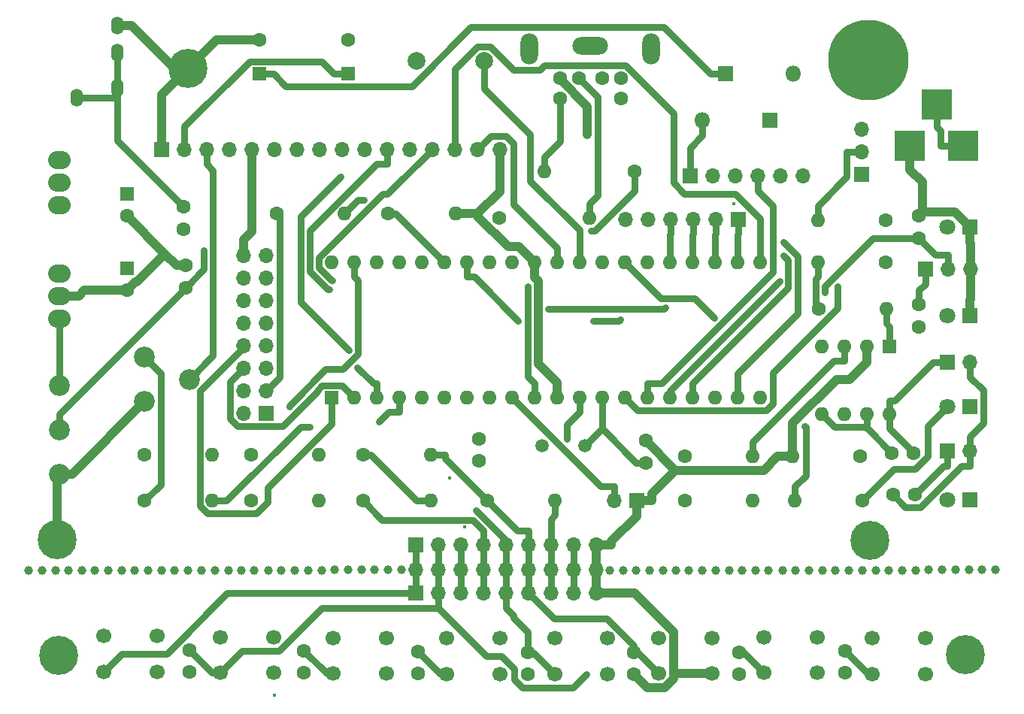
<source format=gbr>
G04 #@! TF.GenerationSoftware,KiCad,Pcbnew,5.0.2+dfsg1-1*
G04 #@! TF.CreationDate,2019-02-11T17:55:52+01:00*
G04 #@! TF.ProjectId,yaacwk,79616163-776b-42e6-9b69-6361645f7063,1.2*
G04 #@! TF.SameCoordinates,Original*
G04 #@! TF.FileFunction,Copper,L2,Bot*
G04 #@! TF.FilePolarity,Positive*
%FSLAX46Y46*%
G04 Gerber Fmt 4.6, Leading zero omitted, Abs format (unit mm)*
G04 Created by KiCad (PCBNEW 5.0.2+dfsg1-1) date lun 11 feb 2019 17:55:52 CET*
%MOMM*%
%LPD*%
G01*
G04 APERTURE LIST*
G04 #@! TA.AperFunction,ComponentPad*
%ADD10O,1.700000X1.700000*%
G04 #@! TD*
G04 #@! TA.AperFunction,ComponentPad*
%ADD11R,1.700000X1.700000*%
G04 #@! TD*
G04 #@! TA.AperFunction,ComponentPad*
%ADD12C,4.400000*%
G04 #@! TD*
G04 #@! TA.AperFunction,ComponentPad*
%ADD13O,2.000000X3.500000*%
G04 #@! TD*
G04 #@! TA.AperFunction,ComponentPad*
%ADD14C,1.600000*%
G04 #@! TD*
G04 #@! TA.AperFunction,ComponentPad*
%ADD15O,4.000000X2.000000*%
G04 #@! TD*
G04 #@! TA.AperFunction,WasherPad*
%ADD16C,9.064000*%
G04 #@! TD*
G04 #@! TA.AperFunction,ComponentPad*
%ADD17C,2.000000*%
G04 #@! TD*
G04 #@! TA.AperFunction,ComponentPad*
%ADD18R,1.800000X1.800000*%
G04 #@! TD*
G04 #@! TA.AperFunction,ComponentPad*
%ADD19C,1.800000*%
G04 #@! TD*
G04 #@! TA.AperFunction,ComponentPad*
%ADD20R,1.600000X1.600000*%
G04 #@! TD*
G04 #@! TA.AperFunction,ComponentPad*
%ADD21O,1.600000X1.600000*%
G04 #@! TD*
G04 #@! TA.AperFunction,ComponentPad*
%ADD22C,1.500000*%
G04 #@! TD*
G04 #@! TA.AperFunction,ComponentPad*
%ADD23O,1.800000X1.800000*%
G04 #@! TD*
G04 #@! TA.AperFunction,ComponentPad*
%ADD24O,2.540000X2.032000*%
G04 #@! TD*
G04 #@! TA.AperFunction,ComponentPad*
%ADD25O,1.400000X2.000000*%
G04 #@! TD*
G04 #@! TA.AperFunction,ComponentPad*
%ADD26C,2.340000*%
G04 #@! TD*
G04 #@! TA.AperFunction,ComponentPad*
%ADD27R,3.500000X3.500000*%
G04 #@! TD*
G04 #@! TA.AperFunction,ComponentPad*
%ADD28C,1.700000*%
G04 #@! TD*
G04 #@! TA.AperFunction,ViaPad*
%ADD29C,1.000000*%
G04 #@! TD*
G04 #@! TA.AperFunction,ViaPad*
%ADD30C,0.400000*%
G04 #@! TD*
G04 #@! TA.AperFunction,ViaPad*
%ADD31C,0.800000*%
G04 #@! TD*
G04 #@! TA.AperFunction,Conductor*
%ADD32C,0.800000*%
G04 #@! TD*
G04 #@! TA.AperFunction,Conductor*
%ADD33C,1.000000*%
G04 #@! TD*
G04 APERTURE END LIST*
D10*
G04 #@! TO.P,J12,9*
G04 #@! TO.N,GND*
X164420000Y-123000000D03*
G04 #@! TO.P,J12,8*
G04 #@! TO.N,Net-(C19-Pad2)*
X161880000Y-123000000D03*
G04 #@! TO.P,J12,7*
G04 #@! TO.N,Net-(C18-Pad2)*
X159340000Y-123000000D03*
G04 #@! TO.P,J12,6*
G04 #@! TO.N,Net-(C17-Pad2)*
X156800000Y-123000000D03*
G04 #@! TO.P,J12,5*
G04 #@! TO.N,Net-(C9-Pad2)*
X154260000Y-123000000D03*
G04 #@! TO.P,J12,4*
G04 #@! TO.N,Net-(C8-Pad2)*
X151720000Y-123000000D03*
G04 #@! TO.P,J12,3*
G04 #@! TO.N,Net-(C7-Pad2)*
X149180000Y-123000000D03*
G04 #@! TO.P,J12,2*
G04 #@! TO.N,Net-(C6-Pad2)*
X146640000Y-123000000D03*
D11*
G04 #@! TO.P,J12,1*
G04 #@! TO.N,Net-(IC1-Pad39)*
X144100000Y-123000000D03*
G04 #@! TD*
D12*
G04 #@! TO.P,HOLE2,1*
G04 #@! TO.N,GND*
X118500000Y-63850000D03*
G04 #@! TD*
G04 #@! TO.P,HOLE4,1*
G04 #@! TO.N,GND*
X195250000Y-117100000D03*
G04 #@! TD*
G04 #@! TO.P,HOLE6,1*
G04 #@! TO.N,GND*
X206050000Y-129900000D03*
G04 #@! TD*
G04 #@! TO.P,HOLE5,1*
G04 #@! TO.N,GND*
X103900000Y-130050000D03*
G04 #@! TD*
D13*
G04 #@! TO.P,PS2CONN1,7*
G04 #@! TO.N,Net-(PS2CONN1-Pad7)*
X170650000Y-61650000D03*
X156950000Y-61650000D03*
D14*
G04 #@! TO.P,PS2CONN1,1*
G04 #@! TO.N,Net-(L2-Pad2)*
X162500000Y-65000000D03*
G04 #@! TO.P,PS2CONN1,2*
G04 #@! TO.N,N/C*
X165100000Y-65000000D03*
G04 #@! TO.P,PS2CONN1,3*
G04 #@! TO.N,GND*
X160400000Y-65000000D03*
G04 #@! TO.P,PS2CONN1,4*
G04 #@! TO.N,Net-(C16-Pad1)*
X167200000Y-65000000D03*
G04 #@! TO.P,PS2CONN1,5*
G04 #@! TO.N,Net-(L1-Pad2)*
X160400000Y-67300000D03*
G04 #@! TO.P,PS2CONN1,6*
G04 #@! TO.N,N/C*
X167200000Y-67300000D03*
D15*
G04 #@! TO.P,PS2CONN1,7*
G04 #@! TO.N,Net-(PS2CONN1-Pad7)*
X163800000Y-61350000D03*
G04 #@! TD*
D16*
G04 #@! TO.P,HOLE1,*
G04 #@! TO.N,*
X195072000Y-62992000D03*
G04 #@! TD*
D17*
G04 #@! TO.P,BZ1,1*
G04 #@! TO.N,Net-(BZ1-Pad1)*
X151799840Y-63000000D03*
G04 #@! TO.P,BZ1,2*
G04 #@! TO.N,GND*
X144200160Y-63000000D03*
G04 #@! TD*
D18*
G04 #@! TO.P,D1,1*
G04 #@! TO.N,GND*
X206500000Y-81750000D03*
D19*
G04 #@! TO.P,D1,2*
G04 #@! TO.N,Net-(D1-Pad2)*
X203960000Y-81750000D03*
G04 #@! TD*
D18*
G04 #@! TO.P,D2,1*
G04 #@! TO.N,GND*
X206500000Y-102000000D03*
D19*
G04 #@! TO.P,D2,2*
G04 #@! TO.N,Net-(D2-Pad2)*
X203960000Y-102000000D03*
G04 #@! TD*
D18*
G04 #@! TO.P,D3,1*
G04 #@! TO.N,GND*
X206500000Y-91750000D03*
D19*
G04 #@! TO.P,D3,2*
G04 #@! TO.N,Net-(D3-Pad2)*
X203960000Y-91750000D03*
G04 #@! TD*
D20*
G04 #@! TO.P,IC1,1*
G04 #@! TO.N,Net-(IC1-Pad1)*
X134650000Y-101000000D03*
D21*
G04 #@! TO.P,IC1,21*
G04 #@! TO.N,Net-(DS1-Pad14)*
X182910000Y-85760000D03*
G04 #@! TO.P,IC1,2*
G04 #@! TO.N,Net-(IC1-Pad2)*
X137190000Y-101000000D03*
G04 #@! TO.P,IC1,22*
G04 #@! TO.N,Net-(IC1-Pad22)*
X180370000Y-85760000D03*
G04 #@! TO.P,IC1,3*
G04 #@! TO.N,Net-(IC1-Pad3)*
X139730000Y-101000000D03*
G04 #@! TO.P,IC1,23*
G04 #@! TO.N,Net-(IC1-Pad23)*
X177830000Y-85760000D03*
G04 #@! TO.P,IC1,4*
G04 #@! TO.N,Net-(IC1-Pad4)*
X142270000Y-101000000D03*
G04 #@! TO.P,IC1,24*
G04 #@! TO.N,Net-(IC1-Pad24)*
X175290000Y-85760000D03*
G04 #@! TO.P,IC1,5*
G04 #@! TO.N,Net-(IC1-Pad5)*
X144810000Y-101000000D03*
G04 #@! TO.P,IC1,25*
G04 #@! TO.N,Net-(IC1-Pad25)*
X172750000Y-85760000D03*
G04 #@! TO.P,IC1,6*
G04 #@! TO.N,Net-(IC1-Pad6)*
X147350000Y-101000000D03*
G04 #@! TO.P,IC1,26*
G04 #@! TO.N,Net-(DS1-Pad6)*
X170210000Y-85760000D03*
G04 #@! TO.P,IC1,7*
G04 #@! TO.N,Net-(IC1-Pad7)*
X149890000Y-101000000D03*
G04 #@! TO.P,IC1,27*
G04 #@! TO.N,Net-(C2-Pad1)*
X167670000Y-85760000D03*
G04 #@! TO.P,IC1,8*
G04 #@! TO.N,Net-(IC1-Pad8)*
X152430000Y-101000000D03*
G04 #@! TO.P,IC1,28*
G04 #@! TO.N,Net-(C3-Pad1)*
X165130000Y-85760000D03*
G04 #@! TO.P,IC1,9*
G04 #@! TO.N,Net-(IC1-Pad9)*
X154970000Y-101000000D03*
G04 #@! TO.P,IC1,29*
G04 #@! TO.N,Net-(BZ1-Pad1)*
X162590000Y-85760000D03*
G04 #@! TO.P,IC1,10*
G04 #@! TO.N,Net-(C16-Pad1)*
X157510000Y-101000000D03*
G04 #@! TO.P,IC1,30*
X160050000Y-85760000D03*
G04 #@! TO.P,IC1,11*
G04 #@! TO.N,GND*
X160050000Y-101000000D03*
G04 #@! TO.P,IC1,31*
X157510000Y-85760000D03*
G04 #@! TO.P,IC1,12*
G04 #@! TO.N,Net-(C11-Pad2)*
X162590000Y-101000000D03*
G04 #@! TO.P,IC1,32*
G04 #@! TO.N,N/C*
X154970000Y-85760000D03*
G04 #@! TO.P,IC1,13*
G04 #@! TO.N,Net-(C10-Pad2)*
X165130000Y-101000000D03*
G04 #@! TO.P,IC1,33*
G04 #@! TO.N,Net-(IC1-Pad33)*
X152430000Y-85760000D03*
G04 #@! TO.P,IC1,14*
G04 #@! TO.N,Net-(IC1-Pad14)*
X167670000Y-101000000D03*
G04 #@! TO.P,IC1,34*
G04 #@! TO.N,Net-(D4-Pad2)*
X149890000Y-85760000D03*
G04 #@! TO.P,IC1,15*
G04 #@! TO.N,Net-(IC1-Pad15)*
X170210000Y-101000000D03*
G04 #@! TO.P,IC1,35*
G04 #@! TO.N,Net-(C12-Pad2)*
X147350000Y-85760000D03*
G04 #@! TO.P,IC1,16*
G04 #@! TO.N,Net-(IC1-Pad16)*
X172750000Y-101000000D03*
G04 #@! TO.P,IC1,36*
G04 #@! TO.N,Net-(IC1-Pad36)*
X144810000Y-85760000D03*
G04 #@! TO.P,IC1,17*
G04 #@! TO.N,Net-(IC1-Pad17)*
X175290000Y-101000000D03*
G04 #@! TO.P,IC1,37*
G04 #@! TO.N,Net-(IC1-Pad37)*
X142270000Y-85760000D03*
G04 #@! TO.P,IC1,18*
G04 #@! TO.N,Net-(DS1-Pad11)*
X177830000Y-101000000D03*
G04 #@! TO.P,IC1,38*
G04 #@! TO.N,Net-(DS1-Pad4)*
X139730000Y-85760000D03*
G04 #@! TO.P,IC1,19*
G04 #@! TO.N,Net-(DS1-Pad12)*
X180370000Y-101000000D03*
G04 #@! TO.P,IC1,39*
G04 #@! TO.N,Net-(IC1-Pad39)*
X137190000Y-85760000D03*
G04 #@! TO.P,IC1,20*
G04 #@! TO.N,Net-(DS1-Pad13)*
X182910000Y-101000000D03*
G04 #@! TO.P,IC1,40*
G04 #@! TO.N,Net-(C1-Pad1)*
X134650000Y-85760000D03*
G04 #@! TD*
D20*
G04 #@! TO.P,IC2,1*
G04 #@! TO.N,Net-(IC2-Pad1)*
X197500000Y-95250000D03*
D21*
G04 #@! TO.P,IC2,5*
G04 #@! TO.N,Net-(C4-Pad2)*
X189880000Y-102870000D03*
G04 #@! TO.P,IC2,2*
G04 #@! TO.N,GND*
X194960000Y-95250000D03*
G04 #@! TO.P,IC2,6*
G04 #@! TO.N,Net-(C5-Pad1)*
X192420000Y-102870000D03*
G04 #@! TO.P,IC2,3*
G04 #@! TO.N,Net-(IC2-Pad3)*
X192420000Y-95250000D03*
G04 #@! TO.P,IC2,7*
G04 #@! TO.N,Net-(C4-Pad2)*
X194960000Y-102870000D03*
G04 #@! TO.P,IC2,4*
G04 #@! TO.N,GND*
X189880000Y-95250000D03*
G04 #@! TO.P,IC2,8*
G04 #@! TO.N,Net-(C4-Pad1)*
X197500000Y-102870000D03*
G04 #@! TD*
D14*
G04 #@! TO.P,L1,1*
G04 #@! TO.N,Net-(IC1-Pad3)*
X168750000Y-75500000D03*
D21*
G04 #@! TO.P,L1,2*
G04 #@! TO.N,Net-(L1-Pad2)*
X158590000Y-75500000D03*
G04 #@! TD*
D14*
G04 #@! TO.P,L2,1*
G04 #@! TO.N,Net-(IC1-Pad37)*
X153500000Y-80750000D03*
D21*
G04 #@! TO.P,L2,2*
G04 #@! TO.N,Net-(L2-Pad2)*
X163660000Y-80750000D03*
G04 #@! TD*
D14*
G04 #@! TO.P,R1,1*
G04 #@! TO.N,Net-(C16-Pad1)*
X113600000Y-112600000D03*
D21*
G04 #@! TO.P,R1,2*
G04 #@! TO.N,Net-(IC1-Pad39)*
X121220000Y-112600000D03*
G04 #@! TD*
D14*
G04 #@! TO.P,R2,1*
G04 #@! TO.N,Net-(IC1-Pad39)*
X113600000Y-107400000D03*
D21*
G04 #@! TO.P,R2,2*
G04 #@! TO.N,Net-(C6-Pad2)*
X121220000Y-107400000D03*
G04 #@! TD*
D14*
G04 #@! TO.P,R3,1*
G04 #@! TO.N,Net-(C6-Pad2)*
X125600000Y-112600000D03*
D21*
G04 #@! TO.P,R3,2*
G04 #@! TO.N,Net-(C7-Pad2)*
X133220000Y-112600000D03*
G04 #@! TD*
D14*
G04 #@! TO.P,R4,1*
G04 #@! TO.N,Net-(C7-Pad2)*
X125600000Y-107400000D03*
D21*
G04 #@! TO.P,R4,2*
G04 #@! TO.N,Net-(C8-Pad2)*
X133220000Y-107400000D03*
G04 #@! TD*
D14*
G04 #@! TO.P,R5,1*
G04 #@! TO.N,Net-(C8-Pad2)*
X138200000Y-112600000D03*
D21*
G04 #@! TO.P,R5,2*
G04 #@! TO.N,Net-(C9-Pad2)*
X145820000Y-112600000D03*
G04 #@! TD*
D14*
G04 #@! TO.P,R6,1*
G04 #@! TO.N,Net-(D1-Pad2)*
X197000000Y-81000000D03*
D21*
G04 #@! TO.P,R6,2*
G04 #@! TO.N,Net-(C16-Pad1)*
X189380000Y-81000000D03*
G04 #@! TD*
D14*
G04 #@! TO.P,R7,1*
G04 #@! TO.N,Net-(D2-Pad2)*
X194400000Y-112600000D03*
D21*
G04 #@! TO.P,R7,2*
G04 #@! TO.N,Net-(IC1-Pad33)*
X186780000Y-112600000D03*
G04 #@! TD*
D14*
G04 #@! TO.P,R8,1*
G04 #@! TO.N,Net-(D3-Pad2)*
X197000000Y-85750000D03*
D21*
G04 #@! TO.P,R8,2*
G04 #@! TO.N,Net-(IC1-Pad36)*
X189380000Y-85750000D03*
G04 #@! TD*
D14*
G04 #@! TO.P,R9,1*
G04 #@! TO.N,Net-(D4-Pad1)*
X194200000Y-107600000D03*
D21*
G04 #@! TO.P,R9,2*
G04 #@! TO.N,GND*
X186580000Y-107600000D03*
G04 #@! TD*
D14*
G04 #@! TO.P,R10,1*
G04 #@! TO.N,Net-(IC1-Pad36)*
X189500000Y-91000000D03*
D21*
G04 #@! TO.P,R10,2*
G04 #@! TO.N,Net-(IC2-Pad1)*
X197120000Y-91000000D03*
G04 #@! TD*
D14*
G04 #@! TO.P,R11,1*
G04 #@! TO.N,Net-(IC1-Pad33)*
X174400000Y-107600000D03*
D21*
G04 #@! TO.P,R11,2*
G04 #@! TO.N,Net-(IC2-Pad3)*
X182020000Y-107600000D03*
G04 #@! TD*
D14*
G04 #@! TO.P,R12,1*
G04 #@! TO.N,Net-(C16-Pad1)*
X128500000Y-80250000D03*
D21*
G04 #@! TO.P,R12,2*
G04 #@! TO.N,Net-(C12-Pad2)*
X136120000Y-80250000D03*
G04 #@! TD*
D14*
G04 #@! TO.P,R13,1*
G04 #@! TO.N,Net-(C12-Pad2)*
X141000000Y-80250000D03*
D21*
G04 #@! TO.P,R13,2*
G04 #@! TO.N,GND*
X148620000Y-80250000D03*
G04 #@! TD*
D22*
G04 #@! TO.P,Y1,1*
G04 #@! TO.N,Net-(C10-Pad2)*
X163200000Y-106400000D03*
G04 #@! TO.P,Y1,2*
G04 #@! TO.N,Net-(C11-Pad2)*
X158320000Y-106400000D03*
G04 #@! TD*
D11*
G04 #@! TO.P,J3,1*
G04 #@! TO.N,Net-(C4-Pad1)*
X204000000Y-97000000D03*
D10*
G04 #@! TO.P,J3,2*
G04 #@! TO.N,Net-(C4-Pad2)*
X206540000Y-97000000D03*
G04 #@! TD*
D11*
G04 #@! TO.P,J4,1*
G04 #@! TO.N,Net-(C5-Pad1)*
X204000000Y-107000000D03*
D10*
G04 #@! TO.P,J4,2*
G04 #@! TO.N,Net-(C4-Pad2)*
X206540000Y-107000000D03*
G04 #@! TD*
D11*
G04 #@! TO.P,J5,1*
G04 #@! TO.N,Net-(C2-Pad1)*
X201500000Y-86500000D03*
D10*
G04 #@! TO.P,J5,2*
G04 #@! TO.N,Net-(C3-Pad1)*
X204040000Y-86500000D03*
G04 #@! TO.P,J5,3*
G04 #@! TO.N,GND*
X206580000Y-86500000D03*
G04 #@! TD*
D18*
G04 #@! TO.P,D5,1*
G04 #@! TO.N,Net-(D5-Pad1)*
X184000000Y-69750000D03*
D23*
G04 #@! TO.P,D5,2*
G04 #@! TO.N,Net-(D5-Pad2)*
X176380000Y-69750000D03*
G04 #@! TD*
D18*
G04 #@! TO.P,D6,1*
G04 #@! TO.N,Net-(C14-Pad1)*
X179000000Y-64500000D03*
D23*
G04 #@! TO.P,D6,2*
G04 #@! TO.N,Net-(D6-Pad2)*
X186620000Y-64500000D03*
G04 #@! TD*
D11*
G04 #@! TO.P,J6,1*
G04 #@! TO.N,Net-(D5-Pad2)*
X175000000Y-76000000D03*
D10*
G04 #@! TO.P,J6,2*
G04 #@! TO.N,GND*
X177540000Y-76000000D03*
G04 #@! TO.P,J6,3*
G04 #@! TO.N,Net-(IC1-Pad14)*
X180080000Y-76000000D03*
G04 #@! TO.P,J6,4*
G04 #@! TO.N,Net-(IC1-Pad15)*
X182620000Y-76000000D03*
G04 #@! TO.P,J6,5*
G04 #@! TO.N,N/C*
X185160000Y-76000000D03*
G04 #@! TO.P,J6,6*
X187700000Y-76000000D03*
G04 #@! TD*
D11*
G04 #@! TO.P,SW6,1*
G04 #@! TO.N,GND*
X169000000Y-112600000D03*
D10*
G04 #@! TO.P,SW6,2*
G04 #@! TO.N,Net-(IC1-Pad9)*
X166460000Y-112600000D03*
G04 #@! TD*
D24*
G04 #@! TO.P,U1,GND*
G04 #@! TO.N,GND*
X104000000Y-76750000D03*
G04 #@! TO.P,U1,VO*
G04 #@! TO.N,Net-(C13-Pad1)*
X104000000Y-74210000D03*
G04 #@! TO.P,U1,VI*
G04 #@! TO.N,Net-(C14-Pad1)*
X104000000Y-79290000D03*
G04 #@! TD*
D25*
G04 #@! TO.P,J2,5*
G04 #@! TO.N,Net-(C12-Pad1)*
X105904000Y-67180000D03*
G04 #@! TO.P,J2,4*
X110504000Y-66080000D03*
G04 #@! TO.P,J2,3*
X110504000Y-62080000D03*
G04 #@! TO.P,J2,2*
G04 #@! TO.N,GND*
X110504000Y-59080000D03*
G04 #@! TD*
D26*
G04 #@! TO.P,LCDPot2,3*
G04 #@! TO.N,GND*
X113600000Y-101400000D03*
G04 #@! TO.P,LCDPot2,2*
G04 #@! TO.N,Net-(DS1-Pad3)*
X118600000Y-98900000D03*
G04 #@! TO.P,LCDPot2,1*
G04 #@! TO.N,Net-(C16-Pad1)*
X113600000Y-96400000D03*
G04 #@! TD*
D11*
G04 #@! TO.P,DS1,1*
G04 #@! TO.N,GND*
X115500000Y-73000000D03*
D10*
G04 #@! TO.P,DS1,2*
G04 #@! TO.N,Net-(C16-Pad1)*
X118040000Y-73000000D03*
G04 #@! TO.P,DS1,3*
G04 #@! TO.N,Net-(DS1-Pad3)*
X120580000Y-73000000D03*
G04 #@! TO.P,DS1,4*
G04 #@! TO.N,Net-(DS1-Pad4)*
X123120000Y-73000000D03*
G04 #@! TO.P,DS1,5*
G04 #@! TO.N,GND*
X125660000Y-73000000D03*
G04 #@! TO.P,DS1,6*
G04 #@! TO.N,Net-(DS1-Pad6)*
X128200000Y-73000000D03*
G04 #@! TO.P,DS1,7*
G04 #@! TO.N,N/C*
X130740000Y-73000000D03*
G04 #@! TO.P,DS1,8*
X133280000Y-73000000D03*
G04 #@! TO.P,DS1,9*
X135820000Y-73000000D03*
G04 #@! TO.P,DS1,10*
X138360000Y-73000000D03*
G04 #@! TO.P,DS1,11*
G04 #@! TO.N,Net-(DS1-Pad11)*
X140900000Y-73000000D03*
G04 #@! TO.P,DS1,12*
G04 #@! TO.N,Net-(DS1-Pad12)*
X143440000Y-73000000D03*
G04 #@! TO.P,DS1,13*
G04 #@! TO.N,Net-(DS1-Pad13)*
X145980000Y-73000000D03*
G04 #@! TO.P,DS1,14*
G04 #@! TO.N,Net-(DS1-Pad14)*
X148520000Y-73000000D03*
G04 #@! TO.P,DS1,15*
G04 #@! TO.N,Net-(C16-Pad1)*
X151060000Y-73000000D03*
G04 #@! TO.P,DS1,16*
G04 #@! TO.N,GND*
X153600000Y-73000000D03*
G04 #@! TD*
D11*
G04 #@! TO.P,J7,1*
G04 #@! TO.N,Net-(IC1-Pad22)*
X180450000Y-80900000D03*
D10*
G04 #@! TO.P,J7,2*
G04 #@! TO.N,Net-(IC1-Pad23)*
X177910000Y-80900000D03*
G04 #@! TO.P,J7,3*
G04 #@! TO.N,Net-(IC1-Pad24)*
X175370000Y-80900000D03*
G04 #@! TO.P,J7,4*
G04 #@! TO.N,Net-(IC1-Pad25)*
X172830000Y-80900000D03*
G04 #@! TO.P,J7,5*
G04 #@! TO.N,Net-(IC1-Pad17)*
X170290000Y-80900000D03*
G04 #@! TO.P,J7,6*
G04 #@! TO.N,Net-(IC1-Pad16)*
X167750000Y-80900000D03*
G04 #@! TD*
D11*
G04 #@! TO.P,J9,1*
G04 #@! TO.N,Net-(C13-Pad1)*
X194310000Y-75819000D03*
D10*
G04 #@! TO.P,J9,2*
G04 #@! TO.N,Net-(C16-Pad1)*
X194310000Y-73279000D03*
G04 #@! TO.P,J9,3*
G04 #@! TO.N,Net-(D5-Pad1)*
X194310000Y-70739000D03*
G04 #@! TD*
D24*
G04 #@! TO.P,U2,GND*
G04 #@! TO.N,GND*
X104000000Y-89500000D03*
G04 #@! TO.P,U2,VO*
G04 #@! TO.N,Net-(C15-Pad1)*
X104000000Y-86960000D03*
G04 #@! TO.P,U2,VI*
G04 #@! TO.N,Net-(C16-Pad1)*
X104000000Y-92040000D03*
G04 #@! TD*
D27*
G04 #@! TO.P,J1,1*
G04 #@! TO.N,GND*
X199771000Y-72644000D03*
G04 #@! TO.P,J1,2*
G04 #@! TO.N,Net-(D6-Pad2)*
X205771000Y-72644000D03*
G04 #@! TO.P,J1,3*
X202771000Y-67944000D03*
G04 #@! TD*
D20*
G04 #@! TO.P,C14,1*
G04 #@! TO.N,Net-(C14-Pad1)*
X126500000Y-64500000D03*
D14*
G04 #@! TO.P,C14,2*
G04 #@! TO.N,GND*
X126500000Y-60700000D03*
G04 #@! TD*
D20*
G04 #@! TO.P,C16,1*
G04 #@! TO.N,Net-(C16-Pad1)*
X136500000Y-64500000D03*
D14*
G04 #@! TO.P,C16,2*
G04 #@! TO.N,GND*
X136500000Y-60700000D03*
G04 #@! TD*
G04 #@! TO.P,R14,1*
G04 #@! TO.N,Net-(C9-Pad2)*
X138200000Y-107400000D03*
D21*
G04 #@! TO.P,R14,2*
G04 #@! TO.N,Net-(C17-Pad2)*
X145820000Y-107400000D03*
G04 #@! TD*
D14*
G04 #@! TO.P,R15,1*
G04 #@! TO.N,Net-(C17-Pad2)*
X152200000Y-112600000D03*
D21*
G04 #@! TO.P,R15,2*
G04 #@! TO.N,Net-(C18-Pad2)*
X159820000Y-112600000D03*
G04 #@! TD*
D14*
G04 #@! TO.P,R16,1*
G04 #@! TO.N,Net-(C18-Pad2)*
X174400000Y-112600000D03*
D21*
G04 #@! TO.P,R16,2*
G04 #@! TO.N,Net-(C19-Pad2)*
X182020000Y-112600000D03*
G04 #@! TD*
D26*
G04 #@! TO.P,SpeedPot1,3*
G04 #@! TO.N,GND*
X103990000Y-109610000D03*
G04 #@! TO.P,SpeedPot1,2*
G04 #@! TO.N,Net-(C1-Pad1)*
X103990000Y-104610000D03*
G04 #@! TO.P,SpeedPot1,1*
G04 #@! TO.N,Net-(C16-Pad1)*
X103990000Y-99610000D03*
G04 #@! TD*
D18*
G04 #@! TO.P,D4,1*
G04 #@! TO.N,Net-(D4-Pad1)*
X206500000Y-112500000D03*
D19*
G04 #@! TO.P,D4,2*
G04 #@! TO.N,Net-(D4-Pad2)*
X203960000Y-112500000D03*
G04 #@! TD*
D14*
G04 #@! TO.P,C3,1*
G04 #@! TO.N,Net-(C3-Pad1)*
X200750000Y-83000000D03*
G04 #@! TO.P,C3,2*
G04 #@! TO.N,GND*
X200750000Y-80500000D03*
G04 #@! TD*
G04 #@! TO.P,C2,1*
G04 #@! TO.N,Net-(C2-Pad1)*
X200750000Y-90500000D03*
G04 #@! TO.P,C2,2*
G04 #@! TO.N,GND*
X200750000Y-93000000D03*
G04 #@! TD*
G04 #@! TO.P,C10,1*
G04 #@! TO.N,GND*
X170000000Y-105800000D03*
G04 #@! TO.P,C10,2*
G04 #@! TO.N,Net-(C10-Pad2)*
X170000000Y-108300000D03*
G04 #@! TD*
G04 #@! TO.P,C11,1*
G04 #@! TO.N,GND*
X151200000Y-105600000D03*
G04 #@! TO.P,C11,2*
G04 #@! TO.N,Net-(C11-Pad2)*
X151200000Y-108100000D03*
G04 #@! TD*
G04 #@! TO.P,C1,1*
G04 #@! TO.N,Net-(C1-Pad1)*
X118200000Y-88600000D03*
G04 #@! TO.P,C1,2*
G04 #@! TO.N,GND*
X118200000Y-86100000D03*
G04 #@! TD*
G04 #@! TO.P,C12,1*
G04 #@! TO.N,Net-(C12-Pad1)*
X118000000Y-79500000D03*
G04 #@! TO.P,C12,2*
G04 #@! TO.N,Net-(C12-Pad2)*
X118000000Y-82000000D03*
G04 #@! TD*
D20*
G04 #@! TO.P,C13,1*
G04 #@! TO.N,Net-(C13-Pad1)*
X111600000Y-78000000D03*
D14*
G04 #@! TO.P,C13,2*
G04 #@! TO.N,GND*
X111600000Y-80500000D03*
G04 #@! TD*
D20*
G04 #@! TO.P,C15,1*
G04 #@! TO.N,Net-(C15-Pad1)*
X111600000Y-86400000D03*
D14*
G04 #@! TO.P,C15,2*
G04 #@! TO.N,GND*
X111600000Y-88900000D03*
G04 #@! TD*
G04 #@! TO.P,C4,1*
G04 #@! TO.N,Net-(C4-Pad1)*
X200200000Y-107200000D03*
G04 #@! TO.P,C4,2*
G04 #@! TO.N,Net-(C4-Pad2)*
X197700000Y-107200000D03*
G04 #@! TD*
G04 #@! TO.P,C5,1*
G04 #@! TO.N,Net-(C5-Pad1)*
X200360000Y-111890000D03*
G04 #@! TO.P,C5,2*
G04 #@! TO.N,Net-(C4-Pad2)*
X197860000Y-111890000D03*
G04 #@! TD*
D11*
G04 #@! TO.P,J8,1*
G04 #@! TO.N,Net-(C15-Pad1)*
X127250000Y-102750000D03*
D10*
G04 #@! TO.P,J8,2*
X124710000Y-102750000D03*
G04 #@! TO.P,J8,3*
G04 #@! TO.N,Net-(C16-Pad1)*
X127250000Y-100210000D03*
G04 #@! TO.P,J8,4*
X124710000Y-100210000D03*
G04 #@! TO.P,J8,5*
G04 #@! TO.N,Net-(IC1-Pad4)*
X127250000Y-97670000D03*
G04 #@! TO.P,J8,6*
G04 #@! TO.N,Net-(IC1-Pad2)*
X124710000Y-97670000D03*
G04 #@! TO.P,J8,7*
G04 #@! TO.N,Net-(IC1-Pad5)*
X127250000Y-95130000D03*
G04 #@! TO.P,J8,8*
G04 #@! TO.N,Net-(IC1-Pad1)*
X124710000Y-95130000D03*
G04 #@! TO.P,J8,9*
G04 #@! TO.N,Net-(IC1-Pad6)*
X127250000Y-92590000D03*
G04 #@! TO.P,J8,10*
X124710000Y-92590000D03*
G04 #@! TO.P,J8,11*
G04 #@! TO.N,Net-(IC1-Pad7)*
X127250000Y-90050000D03*
G04 #@! TO.P,J8,12*
X124710000Y-90050000D03*
G04 #@! TO.P,J8,13*
G04 #@! TO.N,Net-(IC1-Pad8)*
X127250000Y-87510000D03*
G04 #@! TO.P,J8,14*
X124710000Y-87510000D03*
G04 #@! TO.P,J8,15*
G04 #@! TO.N,GND*
X127250000Y-84970000D03*
G04 #@! TO.P,J8,16*
X124710000Y-84970000D03*
G04 #@! TD*
D28*
G04 #@! TO.P,SW1,4*
G04 #@! TO.N,N/C*
X109000000Y-127850000D03*
G04 #@! TO.P,SW1,3*
X115000000Y-127850000D03*
G04 #@! TO.P,SW1,2*
G04 #@! TO.N,Net-(IC1-Pad39)*
X109000000Y-131850000D03*
G04 #@! TO.P,SW1,1*
G04 #@! TO.N,GND*
X115000000Y-131850000D03*
G04 #@! TD*
G04 #@! TO.P,SW2,4*
G04 #@! TO.N,N/C*
X122100000Y-127950000D03*
G04 #@! TO.P,SW2,3*
X128100000Y-127950000D03*
G04 #@! TO.P,SW2,2*
G04 #@! TO.N,Net-(C6-Pad2)*
X122100000Y-131950000D03*
G04 #@! TO.P,SW2,1*
G04 #@! TO.N,GND*
X128100000Y-131950000D03*
G04 #@! TD*
G04 #@! TO.P,SW3,4*
G04 #@! TO.N,N/C*
X134800000Y-128050000D03*
G04 #@! TO.P,SW3,3*
X140800000Y-128050000D03*
G04 #@! TO.P,SW3,2*
G04 #@! TO.N,Net-(C7-Pad2)*
X134800000Y-132050000D03*
G04 #@! TO.P,SW3,1*
G04 #@! TO.N,GND*
X140800000Y-132050000D03*
G04 #@! TD*
G04 #@! TO.P,SW4,4*
G04 #@! TO.N,N/C*
X147600000Y-128100000D03*
G04 #@! TO.P,SW4,3*
X153600000Y-128100000D03*
G04 #@! TO.P,SW4,2*
G04 #@! TO.N,Net-(C8-Pad2)*
X147600000Y-132100000D03*
G04 #@! TO.P,SW4,1*
G04 #@! TO.N,GND*
X153600000Y-132100000D03*
G04 #@! TD*
G04 #@! TO.P,SW5,4*
G04 #@! TO.N,N/C*
X159750000Y-128100000D03*
G04 #@! TO.P,SW5,3*
X165750000Y-128100000D03*
G04 #@! TO.P,SW5,2*
G04 #@! TO.N,Net-(C9-Pad2)*
X159750000Y-132100000D03*
G04 #@! TO.P,SW5,1*
G04 #@! TO.N,GND*
X165750000Y-132100000D03*
G04 #@! TD*
G04 #@! TO.P,SW7,4*
G04 #@! TO.N,N/C*
X171500000Y-128050000D03*
G04 #@! TO.P,SW7,3*
X177500000Y-128050000D03*
G04 #@! TO.P,SW7,2*
G04 #@! TO.N,Net-(C17-Pad2)*
X171500000Y-132050000D03*
G04 #@! TO.P,SW7,1*
G04 #@! TO.N,GND*
X177500000Y-132050000D03*
G04 #@! TD*
G04 #@! TO.P,SW8,4*
G04 #@! TO.N,N/C*
X183350000Y-128000000D03*
G04 #@! TO.P,SW8,3*
X189350000Y-128000000D03*
G04 #@! TO.P,SW8,2*
G04 #@! TO.N,Net-(C18-Pad2)*
X183350000Y-132000000D03*
G04 #@! TO.P,SW8,1*
G04 #@! TO.N,GND*
X189350000Y-132000000D03*
G04 #@! TD*
G04 #@! TO.P,SW9,4*
G04 #@! TO.N,N/C*
X195550000Y-128100000D03*
G04 #@! TO.P,SW9,3*
X201550000Y-128100000D03*
G04 #@! TO.P,SW9,2*
G04 #@! TO.N,Net-(C19-Pad2)*
X195550000Y-132100000D03*
G04 #@! TO.P,SW9,1*
G04 #@! TO.N,GND*
X201550000Y-132100000D03*
G04 #@! TD*
D11*
G04 #@! TO.P,J10,1*
G04 #@! TO.N,Net-(IC1-Pad39)*
X144100000Y-117600000D03*
D10*
G04 #@! TO.P,J10,2*
G04 #@! TO.N,Net-(C6-Pad2)*
X146640000Y-117600000D03*
G04 #@! TO.P,J10,3*
G04 #@! TO.N,Net-(C7-Pad2)*
X149180000Y-117600000D03*
G04 #@! TO.P,J10,4*
G04 #@! TO.N,Net-(C8-Pad2)*
X151720000Y-117600000D03*
G04 #@! TO.P,J10,5*
G04 #@! TO.N,Net-(C9-Pad2)*
X154260000Y-117600000D03*
G04 #@! TO.P,J10,6*
G04 #@! TO.N,Net-(C17-Pad2)*
X156800000Y-117600000D03*
G04 #@! TO.P,J10,7*
G04 #@! TO.N,Net-(C18-Pad2)*
X159340000Y-117600000D03*
G04 #@! TO.P,J10,8*
G04 #@! TO.N,Net-(C19-Pad2)*
X161880000Y-117600000D03*
G04 #@! TO.P,J10,9*
G04 #@! TO.N,GND*
X164420000Y-117600000D03*
G04 #@! TD*
G04 #@! TO.P,J11,1*
G04 #@! TO.N,Net-(IC1-Pad39)*
X144100000Y-120400000D03*
G04 #@! TO.P,J11,2*
G04 #@! TO.N,Net-(C6-Pad2)*
X146640000Y-120400000D03*
G04 #@! TO.P,J11,3*
G04 #@! TO.N,Net-(C7-Pad2)*
X149180000Y-120400000D03*
G04 #@! TO.P,J11,4*
G04 #@! TO.N,Net-(C8-Pad2)*
X151720000Y-120400000D03*
G04 #@! TO.P,J11,5*
G04 #@! TO.N,Net-(C9-Pad2)*
X154260000Y-120400000D03*
G04 #@! TO.P,J11,6*
G04 #@! TO.N,Net-(C17-Pad2)*
X156800000Y-120400000D03*
G04 #@! TO.P,J11,7*
G04 #@! TO.N,Net-(C18-Pad2)*
X159340000Y-120400000D03*
G04 #@! TO.P,J11,8*
G04 #@! TO.N,Net-(C19-Pad2)*
X161880000Y-120400000D03*
G04 #@! TO.P,J11,9*
G04 #@! TO.N,GND*
X164420000Y-120400000D03*
G04 #@! TD*
D12*
G04 #@! TO.P,HOLE3,1*
G04 #@! TO.N,GND*
X103700000Y-116950000D03*
G04 #@! TD*
D14*
G04 #@! TO.P,C6,1*
G04 #@! TO.N,GND*
X118650000Y-131900000D03*
G04 #@! TO.P,C6,2*
G04 #@! TO.N,Net-(C6-Pad2)*
X118650000Y-129400000D03*
G04 #@! TD*
G04 #@! TO.P,C7,2*
G04 #@! TO.N,Net-(C7-Pad2)*
X131550000Y-129500000D03*
G04 #@! TO.P,C7,1*
G04 #@! TO.N,GND*
X131550000Y-132000000D03*
G04 #@! TD*
G04 #@! TO.P,C8,1*
G04 #@! TO.N,GND*
X144350000Y-132050000D03*
G04 #@! TO.P,C8,2*
G04 #@! TO.N,Net-(C8-Pad2)*
X144350000Y-129550000D03*
G04 #@! TD*
G04 #@! TO.P,C9,2*
G04 #@! TO.N,Net-(C9-Pad2)*
X156750000Y-129650000D03*
G04 #@! TO.P,C9,1*
G04 #@! TO.N,GND*
X156750000Y-132150000D03*
G04 #@! TD*
G04 #@! TO.P,C17,1*
G04 #@! TO.N,GND*
X168650000Y-132150000D03*
G04 #@! TO.P,C17,2*
G04 #@! TO.N,Net-(C17-Pad2)*
X168650000Y-129650000D03*
G04 #@! TD*
G04 #@! TO.P,C18,2*
G04 #@! TO.N,Net-(C18-Pad2)*
X180500000Y-129650000D03*
G04 #@! TO.P,C18,1*
G04 #@! TO.N,GND*
X180500000Y-132150000D03*
G04 #@! TD*
G04 #@! TO.P,C19,1*
G04 #@! TO.N,GND*
X192500000Y-132000000D03*
G04 #@! TO.P,C19,2*
G04 #@! TO.N,Net-(C19-Pad2)*
X192500000Y-129500000D03*
G04 #@! TD*
D29*
G04 #@! TO.N,*
X141000000Y-120400000D03*
X136500000Y-120400000D03*
X127500000Y-120450000D03*
X132000000Y-120450000D03*
X118500000Y-120450000D03*
X123000000Y-120450000D03*
X109500000Y-120450000D03*
X114000000Y-120450000D03*
X100550000Y-120450000D03*
X105050000Y-120450000D03*
X176400000Y-120450000D03*
X180900000Y-120450000D03*
X194400000Y-120450000D03*
X185400000Y-120450000D03*
X198900000Y-120450000D03*
X203400000Y-120400000D03*
X167450000Y-120450000D03*
X189900000Y-120450000D03*
X207900000Y-120400000D03*
X171950000Y-120450000D03*
X166000000Y-120450000D03*
D30*
G04 #@! TO.N,Net-(BZ1-Pad1)*
X156044000Y-70395700D03*
D31*
G04 #@! TO.N,GND*
X163469100Y-71298500D03*
D30*
G04 #@! TO.N,Net-(C1-Pad1)*
X120268000Y-84357800D03*
G04 #@! TO.N,Net-(C2-Pad1)*
X177739700Y-92018300D03*
G04 #@! TO.N,Net-(C3-Pad1)*
X190162000Y-89099900D03*
D29*
G04 #@! TO.N,Net-(C6-Pad2)*
X142500000Y-120400000D03*
D30*
X163332000Y-132151000D03*
D29*
X138000000Y-120400000D03*
X133500000Y-120450000D03*
X129000000Y-120450000D03*
X120000000Y-120450000D03*
X124500000Y-120450000D03*
X111000000Y-120450000D03*
X115500000Y-120450000D03*
X102050000Y-120450000D03*
X106550000Y-120450000D03*
X168950000Y-120450000D03*
X195900000Y-120450000D03*
X177900000Y-120450000D03*
X209400000Y-120400000D03*
X186900000Y-120450000D03*
X200400000Y-120450000D03*
X182400000Y-120450000D03*
X204900000Y-120400000D03*
X173450000Y-120450000D03*
X191400000Y-120450000D03*
D30*
G04 #@! TO.N,Net-(C9-Pad2)*
X150905500Y-113703900D03*
X155132000Y-125760000D03*
G04 #@! TO.N,Net-(C11-Pad2)*
X161152000Y-105667000D03*
G04 #@! TO.N,Net-(C12-Pad2)*
X138269700Y-78739500D03*
G04 #@! TO.N,Net-(DS1-Pad11)*
X134372000Y-88800200D03*
G04 #@! TO.N,Net-(DS1-Pad12)*
X185559300Y-83447600D03*
X179976000Y-79151900D03*
G04 #@! TO.N,Net-(DS1-Pad13)*
X134742000Y-87737400D03*
G04 #@! TO.N,Net-(IC1-Pad3)*
X137525300Y-97580000D03*
X163857000Y-82167400D03*
X135663000Y-76094700D03*
X136610000Y-95647100D03*
G04 #@! TO.N,Net-(IC1-Pad33)*
X187909000Y-104166000D03*
G04 #@! TO.N,Net-(IC1-Pad14)*
X191643900Y-88459300D03*
G04 #@! TO.N,Net-(IC1-Pad15)*
X183352000Y-87820600D03*
G04 #@! TO.N,Net-(IC1-Pad16)*
X185066500Y-87872300D03*
G04 #@! TO.N,Net-(IC1-Pad36)*
X172217000Y-90810000D03*
X159059000Y-91000000D03*
G04 #@! TO.N,Net-(IC1-Pad17)*
X185559300Y-84954000D03*
D29*
G04 #@! TO.N,Net-(IC1-Pad39)*
X139500000Y-120400000D03*
D30*
X129880000Y-102010000D03*
X132216000Y-104283000D03*
D29*
X134950000Y-120400000D03*
X125950000Y-120450000D03*
X130500000Y-120450000D03*
X116950000Y-120450000D03*
X121500000Y-120450000D03*
X112500000Y-120450000D03*
X107950000Y-120450000D03*
X103550000Y-120450000D03*
X170450000Y-120450000D03*
X192850000Y-120450000D03*
X201850000Y-120400000D03*
X188400000Y-120450000D03*
X174850000Y-120450000D03*
X179400000Y-120450000D03*
X197400000Y-120450000D03*
X183850000Y-120450000D03*
X206400000Y-120400000D03*
D30*
G04 #@! TO.N,Net-(D4-Pad2)*
X167172700Y-92147200D03*
X164081700Y-92304900D03*
X155673800Y-92304900D03*
G04 #@! TO.N,Net-(IC1-Pad4)*
X139933500Y-103720300D03*
G04 #@! TO.N,Net-(C16-Pad1)*
X156710600Y-88454200D03*
G04 #@! TO.N,Net-(C17-Pad2)*
X164333000Y-125901000D03*
G04 #@! TO.N,Net-(C18-Pad2)*
X128240000Y-134500000D03*
X149664000Y-115557000D03*
G04 #@! TO.N,Net-(C19-Pad2)*
X147974000Y-110003000D03*
G04 #@! TD*
D32*
G04 #@! TO.N,Net-(BZ1-Pad1)*
X162590000Y-85760000D02*
X162590000Y-82116500D01*
X162590000Y-82116500D02*
X157025000Y-76551500D01*
X157025000Y-76551500D02*
X157025000Y-71376700D01*
X157025000Y-71376700D02*
X156044000Y-70395700D01*
X156044000Y-70395700D02*
X151799800Y-66151500D01*
X151799800Y-66151500D02*
X151799800Y-63000000D01*
D33*
G04 #@! TO.N,GND*
X194960000Y-96950000D02*
X192966900Y-98943100D01*
X192966900Y-98943100D02*
X191505100Y-98943100D01*
X191505100Y-98943100D02*
X186580000Y-103868200D01*
X186580000Y-103868200D02*
X186580000Y-107600000D01*
X126500000Y-60700000D02*
X121650000Y-60700000D01*
X121650000Y-60700000D02*
X118500000Y-63850000D01*
X173362400Y-109162400D02*
X183317600Y-109162400D01*
X183317600Y-109162400D02*
X184880000Y-107600000D01*
X170000000Y-105800000D02*
X173362400Y-109162400D01*
X173362400Y-109162400D02*
X170750000Y-111774800D01*
X170750000Y-111774800D02*
X170750000Y-112600000D01*
X164420000Y-117600000D02*
X166170000Y-117600000D01*
X166170000Y-117600000D02*
X166170000Y-117180000D01*
X166170000Y-117180000D02*
X169000000Y-114350000D01*
X164420000Y-117600000D02*
X164420000Y-120400000D01*
X169000000Y-112600000D02*
X170750000Y-112600000D01*
X169000000Y-112600000D02*
X169000000Y-114350000D01*
X186580000Y-107600000D02*
X184880000Y-107600000D01*
X160050000Y-99300000D02*
X157897600Y-97147600D01*
X157897600Y-97147600D02*
X157897600Y-87847600D01*
X157897600Y-87847600D02*
X157510000Y-87460000D01*
X160400000Y-65000000D02*
X160400000Y-65100000D01*
X160400000Y-65100000D02*
X163469100Y-68169100D01*
X163469100Y-68169100D02*
X163469100Y-71298500D01*
X201167600Y-80082400D02*
X200750000Y-80500000D01*
X206500000Y-81750000D02*
X204832400Y-80082400D01*
X204832400Y-80082400D02*
X201167600Y-80082400D01*
X201167600Y-80082400D02*
X201167600Y-76690600D01*
X201167600Y-76690600D02*
X199771000Y-75294000D01*
X199771000Y-72644000D02*
X199771000Y-75294000D01*
X164420000Y-123000000D02*
X164420000Y-120400000D01*
X173154200Y-132050000D02*
X173154200Y-127383900D01*
X173154200Y-127383900D02*
X168770300Y-123000000D01*
X168770300Y-123000000D02*
X164420000Y-123000000D01*
X151080900Y-80250000D02*
X153600000Y-77730900D01*
X153600000Y-77730900D02*
X153600000Y-74750000D01*
X115880600Y-84780500D02*
X111600000Y-80500000D01*
X118200000Y-86100000D02*
X117200000Y-86100000D01*
X117200000Y-86100000D02*
X115880600Y-84780500D01*
X115880600Y-84780500D02*
X112710800Y-87950300D01*
X112710800Y-87950300D02*
X112549700Y-87950300D01*
X112549700Y-87950300D02*
X111600000Y-88900000D01*
X206500000Y-81750000D02*
X206500000Y-83550000D01*
X206580000Y-86500000D02*
X206580000Y-83630000D01*
X206580000Y-83630000D02*
X206500000Y-83550000D01*
X206500000Y-89950000D02*
X206580000Y-89870000D01*
X206580000Y-89870000D02*
X206580000Y-86500000D01*
X206500000Y-91750000D02*
X206500000Y-89950000D01*
X194960000Y-95250000D02*
X194960000Y-96950000D01*
X157510000Y-85760000D02*
X155723700Y-83973700D01*
X155723700Y-83973700D02*
X154502600Y-83973700D01*
X154502600Y-83973700D02*
X151080900Y-80552000D01*
X151080900Y-80552000D02*
X151080900Y-80250000D01*
X151080900Y-80250000D02*
X150320000Y-80250000D01*
X148620000Y-80250000D02*
X150320000Y-80250000D01*
X153600000Y-73000000D02*
X153600000Y-74750000D01*
X104000000Y-89500000D02*
X106170000Y-89500000D01*
X111600000Y-88900000D02*
X106770000Y-88900000D01*
X106770000Y-88900000D02*
X106170000Y-89500000D01*
X157510000Y-85760000D02*
X157510000Y-87460000D01*
X168650000Y-132150000D02*
X170179500Y-133679500D01*
X170179500Y-133679500D02*
X172135900Y-133679500D01*
X172135900Y-133679500D02*
X173154200Y-132661200D01*
X173154200Y-132661200D02*
X173154200Y-132050000D01*
X177500000Y-132050000D02*
X173154200Y-132050000D01*
X103700000Y-116950000D02*
X103700000Y-109900000D01*
X103700000Y-109900000D02*
X103990000Y-109610000D01*
X160050000Y-101000000D02*
X160050000Y-99300000D01*
X124710000Y-83220000D02*
X125660000Y-82270000D01*
X125660000Y-82270000D02*
X125660000Y-73000000D01*
X117687000Y-64663000D02*
X118500000Y-63850000D01*
X115500000Y-73000000D02*
X115500000Y-66850000D01*
X115500000Y-66850000D02*
X117687000Y-64663000D01*
X112104000Y-59080000D02*
X117687000Y-64663000D01*
X110504000Y-59080000D02*
X112104000Y-59080000D01*
X113600000Y-101400000D02*
X105390000Y-109610000D01*
X105390000Y-109610000D02*
X103990000Y-109610000D01*
X124710000Y-84970000D02*
X124710000Y-83220000D01*
D32*
G04 #@! TO.N,Net-(C1-Pad1)*
X118200000Y-88600000D02*
X103990000Y-102810000D01*
X103990000Y-102810000D02*
X103990000Y-104610000D01*
X120268000Y-84357800D02*
X120268000Y-86532000D01*
X120268000Y-86532000D02*
X118200000Y-88600000D01*
G04 #@! TO.N,Net-(C2-Pad1)*
X177739700Y-92018300D02*
X175531100Y-89809700D01*
X175531100Y-89809700D02*
X171719700Y-89809700D01*
X171719700Y-89809700D02*
X167670000Y-85760000D01*
X201500000Y-86500000D02*
X201500000Y-88150000D01*
X200750000Y-90500000D02*
X200750000Y-88900000D01*
X200750000Y-88900000D02*
X201500000Y-88150000D01*
G04 #@! TO.N,Net-(C3-Pad1)*
X200750000Y-83000000D02*
X202600000Y-84850000D01*
X202600000Y-84850000D02*
X204040000Y-84850000D01*
X200750000Y-83000000D02*
X195642700Y-83000000D01*
X195642700Y-83000000D02*
X190162000Y-88480700D01*
X190162000Y-88480700D02*
X190162000Y-89099900D01*
X204040000Y-86500000D02*
X204040000Y-84850000D01*
G04 #@! TO.N,Net-(C4-Pad1)*
X197500000Y-102870000D02*
X197500000Y-104470000D01*
X200200000Y-107200000D02*
X200200000Y-107170000D01*
X200200000Y-107170000D02*
X197500000Y-104470000D01*
X197500000Y-102870000D02*
X197500000Y-101270000D01*
X204000000Y-97000000D02*
X202350000Y-97000000D01*
X202350000Y-97000000D02*
X198080000Y-101270000D01*
X198080000Y-101270000D02*
X197500000Y-101270000D01*
G04 #@! TO.N,Net-(C4-Pad2)*
X206540000Y-107000000D02*
X206540000Y-108650000D01*
X197860000Y-111890000D02*
X199277600Y-113307600D01*
X199277600Y-113307600D02*
X200930600Y-113307600D01*
X200930600Y-113307600D02*
X205588200Y-108650000D01*
X205588200Y-108650000D02*
X206540000Y-108650000D01*
X194960000Y-104303500D02*
X191313500Y-104303500D01*
X191313500Y-104303500D02*
X189880000Y-102870000D01*
X194960000Y-104303500D02*
X194960000Y-104470000D01*
X194960000Y-102870000D02*
X194960000Y-104303500D01*
X206540000Y-97000000D02*
X206540000Y-98650000D01*
X206540000Y-107000000D02*
X206540000Y-105350000D01*
X206540000Y-105350000D02*
X208050300Y-103839700D01*
X208050300Y-103839700D02*
X208050300Y-100160300D01*
X208050300Y-100160300D02*
X206540000Y-98650000D01*
X197700000Y-107200000D02*
X194970000Y-104470000D01*
X194970000Y-104470000D02*
X194960000Y-104470000D01*
G04 #@! TO.N,Net-(C5-Pad1)*
X204000000Y-107000000D02*
X204000000Y-108650000D01*
X200360000Y-111890000D02*
X203600000Y-108650000D01*
X203600000Y-108650000D02*
X204000000Y-108650000D01*
G04 #@! TO.N,Net-(C6-Pad2)*
X122100000Y-131950000D02*
X124530800Y-129519200D01*
X124530800Y-129519200D02*
X128705500Y-129519200D01*
X128705500Y-129519200D02*
X133574700Y-124650000D01*
X133574700Y-124650000D02*
X146640000Y-124650000D01*
X118650000Y-129400000D02*
X121200000Y-131950000D01*
X121200000Y-131950000D02*
X122100000Y-131950000D01*
X146640000Y-123000000D02*
X146640000Y-124650000D01*
X163332000Y-132151000D02*
X161855200Y-133627800D01*
X161855200Y-133627800D02*
X156171100Y-133627800D01*
X156171100Y-133627800D02*
X155235400Y-132692100D01*
X155235400Y-132692100D02*
X155235400Y-131545400D01*
X155235400Y-131545400D02*
X153765000Y-130075000D01*
X153765000Y-130075000D02*
X152065000Y-130075000D01*
X152065000Y-130075000D02*
X146640000Y-124650000D01*
X146640000Y-117600000D02*
X146640000Y-120400000D01*
X146640000Y-120400000D02*
X146640000Y-123000000D01*
G04 #@! TO.N,Net-(C7-Pad2)*
X149180000Y-117600000D02*
X149180000Y-120400000D01*
X149180000Y-120400000D02*
X149180000Y-123000000D01*
X131550000Y-129500000D02*
X134100000Y-132050000D01*
X134100000Y-132050000D02*
X134800000Y-132050000D01*
G04 #@! TO.N,Net-(C8-Pad2)*
X138200000Y-112600000D02*
X140351300Y-114751300D01*
X140351300Y-114751300D02*
X150521300Y-114751300D01*
X150521300Y-114751300D02*
X151720000Y-115950000D01*
X144350000Y-129550000D02*
X146900000Y-132100000D01*
X146900000Y-132100000D02*
X147600000Y-132100000D01*
X151720000Y-117600000D02*
X151720000Y-115950000D01*
X151720000Y-120400000D02*
X151720000Y-117600000D01*
X151720000Y-120400000D02*
X151720000Y-123000000D01*
G04 #@! TO.N,Net-(C9-Pad2)*
X154260000Y-117600000D02*
X154260000Y-117058400D01*
X154260000Y-117058400D02*
X150905500Y-113703900D01*
X154260000Y-120400000D02*
X154260000Y-117600000D01*
X155132000Y-125760000D02*
X156750000Y-127378000D01*
X156750000Y-127378000D02*
X156750000Y-129650000D01*
X155132000Y-125760000D02*
X155132000Y-125522000D01*
X155132000Y-125522000D02*
X154260000Y-124650000D01*
X145820000Y-112600000D02*
X144220000Y-112600000D01*
X144220000Y-112600000D02*
X139020000Y-107400000D01*
X139020000Y-107400000D02*
X138200000Y-107400000D01*
X156750000Y-129650000D02*
X157300000Y-129650000D01*
X157300000Y-129650000D02*
X159750000Y-132100000D01*
X154260000Y-120400000D02*
X154260000Y-123000000D01*
X154260000Y-123000000D02*
X154260000Y-124650000D01*
G04 #@! TO.N,Net-(C10-Pad2)*
X165130000Y-104470000D02*
X165130000Y-101000000D01*
X163200000Y-106400000D02*
X165130000Y-104470000D01*
X170000000Y-108300000D02*
X168960000Y-108300000D01*
X168960000Y-108300000D02*
X165130000Y-104470000D01*
G04 #@! TO.N,Net-(C11-Pad2)*
X162590000Y-101000000D02*
X162590000Y-102600000D01*
X161152000Y-105667000D02*
X161152000Y-104038000D01*
X161152000Y-104038000D02*
X162590000Y-102600000D01*
G04 #@! TO.N,Net-(C12-Pad1)*
X110504000Y-67180000D02*
X110504000Y-66080000D01*
X118000000Y-79500000D02*
X110504000Y-72004000D01*
X110504000Y-72004000D02*
X110504000Y-67180000D01*
X110504000Y-67180000D02*
X107404000Y-67180000D01*
X105904000Y-67180000D02*
X107404000Y-67180000D01*
X110504000Y-62080000D02*
X110504000Y-66080000D01*
G04 #@! TO.N,Net-(C12-Pad2)*
X136120000Y-80250000D02*
X137630600Y-78739400D01*
X137630600Y-78739400D02*
X138269600Y-78739400D01*
X138269600Y-78739400D02*
X138269700Y-78739500D01*
X141000000Y-80250000D02*
X141840000Y-80250000D01*
X141840000Y-80250000D02*
X147350000Y-85760000D01*
G04 #@! TO.N,Net-(DS1-Pad3)*
X120580000Y-73000000D02*
X120580000Y-74650000D01*
X120580000Y-74650000D02*
X121300900Y-75370900D01*
X121300900Y-75370900D02*
X121300900Y-96199100D01*
X121300900Y-96199100D02*
X118600000Y-98900000D01*
G04 #@! TO.N,Net-(DS1-Pad11)*
X140900000Y-74650000D02*
X139733100Y-74650000D01*
X139733100Y-74650000D02*
X132197000Y-82186100D01*
X132197000Y-82186100D02*
X132197000Y-86781600D01*
X132197000Y-86781600D02*
X134215600Y-88800200D01*
X134215600Y-88800200D02*
X134372000Y-88800200D01*
X140900000Y-73000000D02*
X140900000Y-74650000D01*
G04 #@! TO.N,Net-(DS1-Pad12)*
X180370000Y-101000000D02*
X180370000Y-98231000D01*
X180370000Y-98231000D02*
X187123900Y-91477100D01*
X187123900Y-91477100D02*
X187123900Y-85012200D01*
X187123900Y-85012200D02*
X185559300Y-83447600D01*
G04 #@! TO.N,Net-(DS1-Pad13)*
X134742000Y-87737400D02*
X134609500Y-87737400D01*
X134609500Y-87737400D02*
X133197300Y-86325200D01*
X133197300Y-86325200D02*
X133197300Y-85226500D01*
X133197300Y-85226500D02*
X140380700Y-78043100D01*
X140380700Y-78043100D02*
X140936900Y-78043100D01*
X140936900Y-78043100D02*
X145980000Y-73000000D01*
G04 #@! TO.N,Net-(DS1-Pad14)*
X148520000Y-73000000D02*
X148520000Y-63976200D01*
X148520000Y-63976200D02*
X151096600Y-61399600D01*
X151096600Y-61399600D02*
X152531600Y-61399600D01*
X152531600Y-61399600D02*
X155165300Y-64033300D01*
X155165300Y-64033300D02*
X158066700Y-64033300D01*
X158066700Y-64033300D02*
X158562900Y-63537100D01*
X158562900Y-63537100D02*
X167776300Y-63537100D01*
X167776300Y-63537100D02*
X173187900Y-68948700D01*
X173187900Y-68948700D02*
X173187900Y-76784800D01*
X173187900Y-76784800D02*
X174391900Y-77988800D01*
X174391900Y-77988800D02*
X180105700Y-77988800D01*
X180105700Y-77988800D02*
X182910000Y-80793100D01*
X182910000Y-80793100D02*
X182910000Y-85760000D01*
G04 #@! TO.N,Net-(IC1-Pad1)*
X124710000Y-95130000D02*
X124710000Y-95293800D01*
X124710000Y-95293800D02*
X119817900Y-100185900D01*
X119817900Y-100185900D02*
X119817900Y-113183400D01*
X119817900Y-113183400D02*
X120639700Y-114005200D01*
X120639700Y-114005200D02*
X126182300Y-114005200D01*
X126182300Y-114005200D02*
X127439900Y-112747600D01*
X127439900Y-112747600D02*
X127439900Y-111117700D01*
X127439900Y-111117700D02*
X134650000Y-103907600D01*
X134650000Y-103907600D02*
X134650000Y-101000000D01*
G04 #@! TO.N,Net-(IC1-Pad2)*
X124710000Y-97670000D02*
X123228200Y-99151800D01*
X123228200Y-99151800D02*
X123228200Y-103363900D01*
X123228200Y-103363900D02*
X124066200Y-104201900D01*
X124066200Y-104201900D02*
X129103600Y-104201900D01*
X129103600Y-104201900D02*
X132991000Y-100314500D01*
X132991000Y-100314500D02*
X132991000Y-100181400D01*
X132991000Y-100181400D02*
X133572800Y-99599600D01*
X133572800Y-99599600D02*
X135789600Y-99599600D01*
X135789600Y-99599600D02*
X137190000Y-101000000D01*
G04 #@! TO.N,Net-(IC1-Pad22)*
X180450000Y-80900000D02*
X180450000Y-82550000D01*
X180450000Y-82550000D02*
X180370000Y-82630000D01*
X180370000Y-82630000D02*
X180370000Y-85760000D01*
G04 #@! TO.N,Net-(IC1-Pad3)*
X139730000Y-101000000D02*
X139730000Y-99400000D01*
X137525300Y-97580000D02*
X139345300Y-99400000D01*
X139345300Y-99400000D02*
X139730000Y-99400000D01*
X163857000Y-82167400D02*
X164287800Y-82167400D01*
X164287800Y-82167400D02*
X168750000Y-77705200D01*
X168750000Y-77705200D02*
X168750000Y-75500000D01*
X136610000Y-95647100D02*
X131196700Y-90233800D01*
X131196700Y-90233800D02*
X131196700Y-80561000D01*
X131196700Y-80561000D02*
X135663000Y-76094700D01*
G04 #@! TO.N,Net-(IC1-Pad23)*
X177910000Y-80900000D02*
X177910000Y-82550000D01*
X177910000Y-82550000D02*
X177830000Y-82630000D01*
X177830000Y-82630000D02*
X177830000Y-85760000D01*
G04 #@! TO.N,Net-(IC1-Pad24)*
X175370000Y-80900000D02*
X175370000Y-82550000D01*
X175370000Y-82550000D02*
X175290000Y-82630000D01*
X175290000Y-82630000D02*
X175290000Y-85760000D01*
G04 #@! TO.N,Net-(IC1-Pad25)*
X172830000Y-80900000D02*
X172830000Y-82550000D01*
X172830000Y-82550000D02*
X172750000Y-82630000D01*
X172750000Y-82630000D02*
X172750000Y-85760000D01*
G04 #@! TO.N,Net-(IC1-Pad9)*
X166460000Y-112600000D02*
X166460000Y-110950000D01*
X166460000Y-110950000D02*
X164920000Y-110950000D01*
X164920000Y-110950000D02*
X154970000Y-101000000D01*
G04 #@! TO.N,Net-(IC1-Pad33)*
X186780000Y-112600000D02*
X186780000Y-111000000D01*
X187909000Y-104166000D02*
X188039300Y-104296300D01*
X188039300Y-104296300D02*
X188039300Y-109740700D01*
X188039300Y-109740700D02*
X186780000Y-111000000D01*
G04 #@! TO.N,Net-(IC1-Pad14)*
X191643900Y-88459300D02*
X191643900Y-90891500D01*
X191643900Y-90891500D02*
X184347800Y-98187600D01*
X184347800Y-98187600D02*
X184347800Y-101621600D01*
X184347800Y-101621600D02*
X183564400Y-102405000D01*
X183564400Y-102405000D02*
X169075000Y-102405000D01*
X169075000Y-102405000D02*
X167670000Y-101000000D01*
G04 #@! TO.N,Net-(IC1-Pad15)*
X182620000Y-76000000D02*
X182620000Y-77650000D01*
X183352000Y-87820600D02*
X184310400Y-86862200D01*
X184310400Y-86862200D02*
X184310400Y-79340400D01*
X184310400Y-79340400D02*
X182620000Y-77650000D01*
X170210000Y-99400000D02*
X171772600Y-99400000D01*
X171772600Y-99400000D02*
X183352000Y-87820600D01*
X170210000Y-101000000D02*
X170210000Y-99400000D01*
G04 #@! TO.N,Net-(IC1-Pad16)*
X185066500Y-87872300D02*
X172750000Y-100188800D01*
X172750000Y-100188800D02*
X172750000Y-101000000D01*
G04 #@! TO.N,Net-(IC1-Pad36)*
X172217000Y-90810000D02*
X172027000Y-91000000D01*
X172027000Y-91000000D02*
X159059000Y-91000000D01*
X189500000Y-91000000D02*
X189161500Y-90661500D01*
X189161500Y-90661500D02*
X189161500Y-87568500D01*
X189161500Y-87568500D02*
X189380000Y-87350000D01*
X189380000Y-85750000D02*
X189380000Y-87350000D01*
G04 #@! TO.N,Net-(IC1-Pad17)*
X185559300Y-84954000D02*
X186066900Y-85461600D01*
X186066900Y-85461600D02*
X186066900Y-88623100D01*
X186066900Y-88623100D02*
X175290000Y-99400000D01*
X175290000Y-101000000D02*
X175290000Y-99400000D01*
G04 #@! TO.N,Net-(IC1-Pad39)*
X137190000Y-87360000D02*
X137610700Y-87780700D01*
X137610700Y-87780700D02*
X137610700Y-96079900D01*
X137610700Y-96079900D02*
X135934900Y-97755700D01*
X135934900Y-97755700D02*
X135934900Y-97755800D01*
X135934900Y-97755800D02*
X134001500Y-97755800D01*
X134001500Y-97755800D02*
X129880000Y-101877300D01*
X129880000Y-101877300D02*
X129880000Y-102010000D01*
X137190000Y-85760000D02*
X137190000Y-87360000D01*
X122820000Y-112600000D02*
X131137000Y-104283000D01*
X131137000Y-104283000D02*
X132216000Y-104283000D01*
X121220000Y-112600000D02*
X122820000Y-112600000D01*
X144100000Y-123000000D02*
X122900600Y-123000000D01*
X122900600Y-123000000D02*
X116075600Y-129825000D01*
X116075600Y-129825000D02*
X111025000Y-129825000D01*
X111025000Y-129825000D02*
X109000000Y-131850000D01*
X144100000Y-120400000D02*
X144100000Y-123000000D01*
X144100000Y-117600000D02*
X144100000Y-120400000D01*
G04 #@! TO.N,Net-(IC2-Pad1)*
X197120000Y-91000000D02*
X197120000Y-92600000D01*
X197120000Y-92600000D02*
X197500000Y-92980000D01*
X197500000Y-92980000D02*
X197500000Y-95250000D01*
G04 #@! TO.N,Net-(IC2-Pad3)*
X182020000Y-107600000D02*
X182020000Y-106000000D01*
X192420000Y-95250000D02*
X192420000Y-96850000D01*
X182020000Y-106000000D02*
X191170000Y-96850000D01*
X191170000Y-96850000D02*
X192420000Y-96850000D01*
G04 #@! TO.N,Net-(L1-Pad2)*
X158590000Y-73900000D02*
X160400000Y-72090000D01*
X160400000Y-72090000D02*
X160400000Y-67300000D01*
X158590000Y-75500000D02*
X158590000Y-73900000D01*
G04 #@! TO.N,Net-(L2-Pad2)*
X163660000Y-79150000D02*
X164619400Y-78190600D01*
X164619400Y-78190600D02*
X164619400Y-67119400D01*
X164619400Y-67119400D02*
X162500000Y-65000000D01*
X163660000Y-80750000D02*
X163660000Y-79150000D01*
G04 #@! TO.N,Net-(C14-Pad1)*
X179000000Y-64500000D02*
X177300000Y-64500000D01*
X126500000Y-64500000D02*
X128100000Y-64500000D01*
X128100000Y-64500000D02*
X129500400Y-65900400D01*
X129500400Y-65900400D02*
X143691900Y-65900400D01*
X143691900Y-65900400D02*
X150344800Y-59247500D01*
X150344800Y-59247500D02*
X172047500Y-59247500D01*
X172047500Y-59247500D02*
X177300000Y-64500000D01*
G04 #@! TO.N,Net-(D5-Pad2)*
X176380000Y-69750000D02*
X176380000Y-71450000D01*
X175000000Y-76000000D02*
X175000000Y-72830000D01*
X175000000Y-72830000D02*
X176380000Y-71450000D01*
G04 #@! TO.N,Net-(D6-Pad2)*
X205771000Y-72644000D02*
X203221000Y-72644000D01*
X202771000Y-67944000D02*
X202771000Y-70494000D01*
X202771000Y-70494000D02*
X203221000Y-70944000D01*
X203221000Y-70944000D02*
X203221000Y-72644000D01*
G04 #@! TO.N,Net-(D2-Pad2)*
X194400000Y-112600000D02*
X197992200Y-109007800D01*
X197992200Y-109007800D02*
X200372800Y-109007800D01*
X200372800Y-109007800D02*
X201811400Y-107569200D01*
X201811400Y-107569200D02*
X201811400Y-104148600D01*
X201811400Y-104148600D02*
X203960000Y-102000000D01*
G04 #@! TO.N,Net-(D4-Pad2)*
X149890000Y-85760000D02*
X149890000Y-87360000D01*
X167172700Y-92147200D02*
X167015000Y-92304900D01*
X167015000Y-92304900D02*
X164081700Y-92304900D01*
X149890000Y-87360000D02*
X150728900Y-87360000D01*
X150728900Y-87360000D02*
X155673800Y-92304900D01*
G04 #@! TO.N,Net-(IC1-Pad4)*
X142270000Y-102600000D02*
X141053800Y-102600000D01*
X141053800Y-102600000D02*
X139933500Y-103720300D01*
X142270000Y-101000000D02*
X142270000Y-102600000D01*
G04 #@! TO.N,Net-(C16-Pad1)*
X157510000Y-101000000D02*
X157510000Y-99400000D01*
X157510000Y-99400000D02*
X156710600Y-98600600D01*
X156710600Y-98600600D02*
X156710600Y-88454200D01*
X104000000Y-92040000D02*
X104000000Y-93856000D01*
X104000000Y-93856000D02*
X103990000Y-93866000D01*
X103990000Y-93866000D02*
X103990000Y-99610000D01*
X160050000Y-85760000D02*
X160050000Y-84160000D01*
X151060000Y-73000000D02*
X152576600Y-71483400D01*
X152576600Y-71483400D02*
X154245100Y-71483400D01*
X154245100Y-71483400D02*
X155100400Y-72338700D01*
X155100400Y-72338700D02*
X155100400Y-79210400D01*
X155100400Y-79210400D02*
X160050000Y-84160000D01*
X136500000Y-64500000D02*
X134900000Y-64500000D01*
X118040000Y-73000000D02*
X118040000Y-70447600D01*
X118040000Y-70447600D02*
X125388000Y-63099600D01*
X125388000Y-63099600D02*
X133499600Y-63099600D01*
X133499600Y-63099600D02*
X134900000Y-64500000D01*
X128500000Y-80250000D02*
X128769200Y-80519200D01*
X128769200Y-80519200D02*
X128769200Y-98690800D01*
X128769200Y-98690800D02*
X127250000Y-100210000D01*
X189380000Y-81000000D02*
X189380000Y-79400000D01*
X194310000Y-73279000D02*
X192660000Y-73279000D01*
X192660000Y-73279000D02*
X192660000Y-76120000D01*
X192660000Y-76120000D02*
X189380000Y-79400000D01*
X113600000Y-96400000D02*
X115440400Y-98240400D01*
X115440400Y-98240400D02*
X115440400Y-110759600D01*
X115440400Y-110759600D02*
X113600000Y-112600000D01*
G04 #@! TO.N,Net-(C17-Pad2)*
X164333000Y-125901000D02*
X165618500Y-125901000D01*
X165618500Y-125901000D02*
X168650000Y-128932500D01*
X168650000Y-128932500D02*
X168650000Y-129650000D01*
X156800000Y-123000000D02*
X159701000Y-125901000D01*
X159701000Y-125901000D02*
X164333000Y-125901000D01*
X145820000Y-107400000D02*
X147420000Y-107400000D01*
X147420000Y-107400000D02*
X147420000Y-107820000D01*
X147420000Y-107820000D02*
X152200000Y-112600000D01*
X156800000Y-117600000D02*
X156800000Y-115950000D01*
X152200000Y-112600000D02*
X155550000Y-115950000D01*
X155550000Y-115950000D02*
X156800000Y-115950000D01*
X156800000Y-117600000D02*
X156800000Y-120400000D01*
X156800000Y-120400000D02*
X156800000Y-123000000D01*
X168650000Y-129650000D02*
X169100000Y-129650000D01*
X169100000Y-129650000D02*
X171500000Y-132050000D01*
G04 #@! TO.N,Net-(C18-Pad2)*
X159820000Y-112600000D02*
X159820000Y-114200000D01*
X159820000Y-114200000D02*
X159340000Y-114680000D01*
X159340000Y-114680000D02*
X159340000Y-117600000D01*
X159340000Y-117600000D02*
X159340000Y-120400000D01*
X159340000Y-120400000D02*
X159340000Y-123000000D01*
X180500000Y-129650000D02*
X181000000Y-129650000D01*
X181000000Y-129650000D02*
X183350000Y-132000000D01*
G04 #@! TO.N,Net-(C19-Pad2)*
X161880000Y-117600000D02*
X161880000Y-120400000D01*
X161880000Y-120400000D02*
X161880000Y-123000000D01*
X192500000Y-129500000D02*
X195100000Y-132100000D01*
X195100000Y-132100000D02*
X195550000Y-132100000D01*
G04 #@! TD*
M02*

</source>
